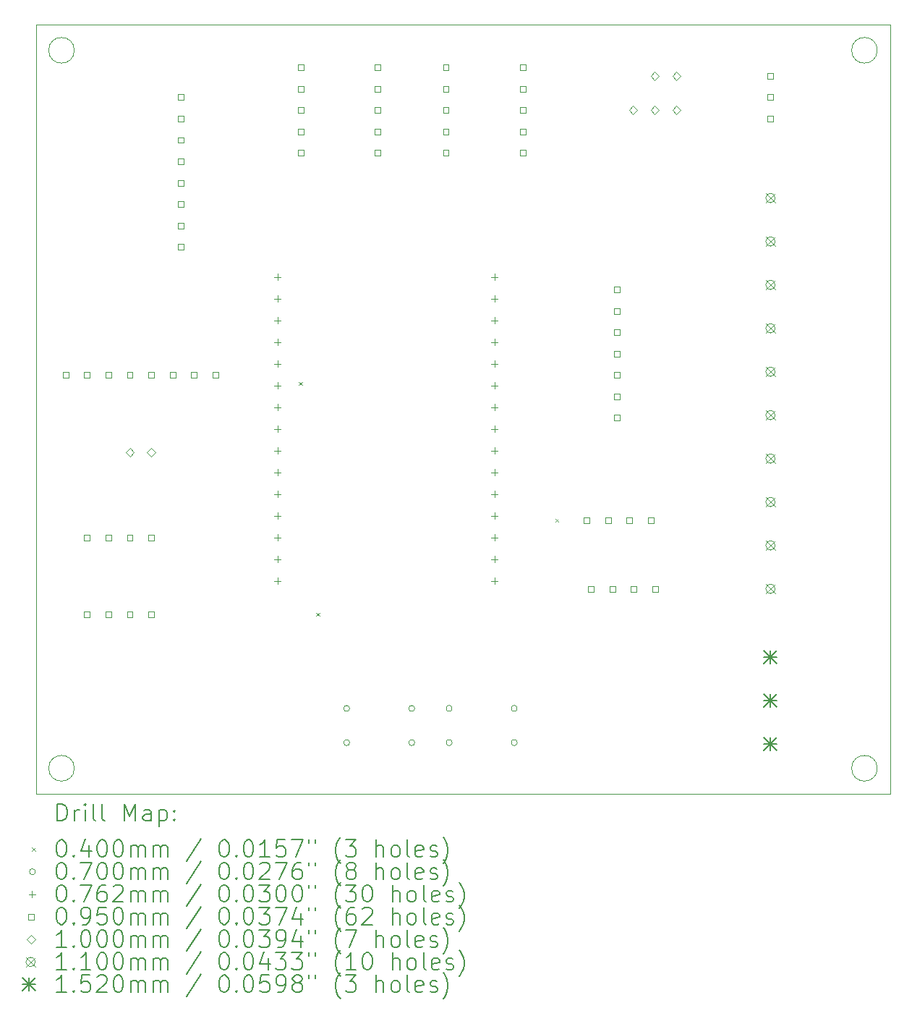
<source format=gbr>
%TF.GenerationSoftware,KiCad,Pcbnew,(6.0.10)*%
%TF.CreationDate,2023-01-20T16:48:07+01:00*%
%TF.ProjectId,greenhouse,67726565-6e68-46f7-9573-652e6b696361,rev?*%
%TF.SameCoordinates,Original*%
%TF.FileFunction,Drillmap*%
%TF.FilePolarity,Positive*%
%FSLAX45Y45*%
G04 Gerber Fmt 4.5, Leading zero omitted, Abs format (unit mm)*
G04 Created by KiCad (PCBNEW (6.0.10)) date 2023-01-20 16:48:07*
%MOMM*%
%LPD*%
G01*
G04 APERTURE LIST*
%ADD10C,0.120000*%
%ADD11C,0.200000*%
%ADD12C,0.040000*%
%ADD13C,0.070000*%
%ADD14C,0.076200*%
%ADD15C,0.095000*%
%ADD16C,0.100000*%
%ADD17C,0.110000*%
%ADD18C,0.152000*%
G04 APERTURE END LIST*
D10*
X10750000Y-5800000D02*
G75*
G03*
X10750000Y-5800000I-150000J0D01*
G01*
X10750000Y-14200000D02*
G75*
G03*
X10750000Y-14200000I-150000J0D01*
G01*
X20150000Y-14200000D02*
G75*
G03*
X20150000Y-14200000I-150000J0D01*
G01*
X20150000Y-5800000D02*
G75*
G03*
X20150000Y-5800000I-150000J0D01*
G01*
X10300000Y-5500000D02*
X10300000Y-14500000D01*
X20300000Y-14500000D02*
X10300000Y-14500000D01*
X20300000Y-5500000D02*
X20300000Y-14500000D01*
X10300000Y-5500000D02*
X20300000Y-5500000D01*
D11*
D12*
X13380000Y-9680000D02*
X13420000Y-9720000D01*
X13420000Y-9680000D02*
X13380000Y-9720000D01*
X13580000Y-12380000D02*
X13620000Y-12420000D01*
X13620000Y-12380000D02*
X13580000Y-12420000D01*
X16380000Y-11280000D02*
X16420000Y-11320000D01*
X16420000Y-11280000D02*
X16380000Y-11320000D01*
D13*
X13973000Y-13500000D02*
G75*
G03*
X13973000Y-13500000I-35000J0D01*
G01*
X13973000Y-13900000D02*
G75*
G03*
X13973000Y-13900000I-35000J0D01*
G01*
X14735000Y-13500000D02*
G75*
G03*
X14735000Y-13500000I-35000J0D01*
G01*
X14735000Y-13900000D02*
G75*
G03*
X14735000Y-13900000I-35000J0D01*
G01*
X15173000Y-13500000D02*
G75*
G03*
X15173000Y-13500000I-35000J0D01*
G01*
X15173000Y-13900000D02*
G75*
G03*
X15173000Y-13900000I-35000J0D01*
G01*
X15935000Y-13500000D02*
G75*
G03*
X15935000Y-13500000I-35000J0D01*
G01*
X15935000Y-13900000D02*
G75*
G03*
X15935000Y-13900000I-35000J0D01*
G01*
D14*
X13130000Y-8415900D02*
X13130000Y-8492100D01*
X13091900Y-8454000D02*
X13168100Y-8454000D01*
X13130000Y-8669900D02*
X13130000Y-8746100D01*
X13091900Y-8708000D02*
X13168100Y-8708000D01*
X13130000Y-8923900D02*
X13130000Y-9000100D01*
X13091900Y-8962000D02*
X13168100Y-8962000D01*
X13130000Y-9177900D02*
X13130000Y-9254100D01*
X13091900Y-9216000D02*
X13168100Y-9216000D01*
X13130000Y-9431900D02*
X13130000Y-9508100D01*
X13091900Y-9470000D02*
X13168100Y-9470000D01*
X13130000Y-9685900D02*
X13130000Y-9762100D01*
X13091900Y-9724000D02*
X13168100Y-9724000D01*
X13130000Y-9939900D02*
X13130000Y-10016100D01*
X13091900Y-9978000D02*
X13168100Y-9978000D01*
X13130000Y-10193900D02*
X13130000Y-10270100D01*
X13091900Y-10232000D02*
X13168100Y-10232000D01*
X13130000Y-10447900D02*
X13130000Y-10524100D01*
X13091900Y-10486000D02*
X13168100Y-10486000D01*
X13130000Y-10701900D02*
X13130000Y-10778100D01*
X13091900Y-10740000D02*
X13168100Y-10740000D01*
X13130000Y-10955900D02*
X13130000Y-11032100D01*
X13091900Y-10994000D02*
X13168100Y-10994000D01*
X13130000Y-11209900D02*
X13130000Y-11286100D01*
X13091900Y-11248000D02*
X13168100Y-11248000D01*
X13130000Y-11463900D02*
X13130000Y-11540100D01*
X13091900Y-11502000D02*
X13168100Y-11502000D01*
X13130000Y-11717900D02*
X13130000Y-11794100D01*
X13091900Y-11756000D02*
X13168100Y-11756000D01*
X13130000Y-11971900D02*
X13130000Y-12048100D01*
X13091900Y-12010000D02*
X13168100Y-12010000D01*
X15670000Y-8415900D02*
X15670000Y-8492100D01*
X15631900Y-8454000D02*
X15708100Y-8454000D01*
X15670000Y-8669900D02*
X15670000Y-8746100D01*
X15631900Y-8708000D02*
X15708100Y-8708000D01*
X15670000Y-8923900D02*
X15670000Y-9000100D01*
X15631900Y-8962000D02*
X15708100Y-8962000D01*
X15670000Y-9177900D02*
X15670000Y-9254100D01*
X15631900Y-9216000D02*
X15708100Y-9216000D01*
X15670000Y-9431900D02*
X15670000Y-9508100D01*
X15631900Y-9470000D02*
X15708100Y-9470000D01*
X15670000Y-9685900D02*
X15670000Y-9762100D01*
X15631900Y-9724000D02*
X15708100Y-9724000D01*
X15670000Y-9939900D02*
X15670000Y-10016100D01*
X15631900Y-9978000D02*
X15708100Y-9978000D01*
X15670000Y-10193900D02*
X15670000Y-10270100D01*
X15631900Y-10232000D02*
X15708100Y-10232000D01*
X15670000Y-10447900D02*
X15670000Y-10524100D01*
X15631900Y-10486000D02*
X15708100Y-10486000D01*
X15670000Y-10701900D02*
X15670000Y-10778100D01*
X15631900Y-10740000D02*
X15708100Y-10740000D01*
X15670000Y-10955900D02*
X15670000Y-11032100D01*
X15631900Y-10994000D02*
X15708100Y-10994000D01*
X15670000Y-11209900D02*
X15670000Y-11286100D01*
X15631900Y-11248000D02*
X15708100Y-11248000D01*
X15670000Y-11463900D02*
X15670000Y-11540100D01*
X15631900Y-11502000D02*
X15708100Y-11502000D01*
X15670000Y-11717900D02*
X15670000Y-11794100D01*
X15631900Y-11756000D02*
X15708100Y-11756000D01*
X15670000Y-11971900D02*
X15670000Y-12048100D01*
X15631900Y-12010000D02*
X15708100Y-12010000D01*
D15*
X10683588Y-9633588D02*
X10683588Y-9566412D01*
X10616412Y-9566412D01*
X10616412Y-9633588D01*
X10683588Y-9633588D01*
X10933588Y-9633588D02*
X10933588Y-9566412D01*
X10866412Y-9566412D01*
X10866412Y-9633588D01*
X10933588Y-9633588D01*
X10933588Y-11533588D02*
X10933588Y-11466412D01*
X10866412Y-11466412D01*
X10866412Y-11533588D01*
X10933588Y-11533588D01*
X10933588Y-12433588D02*
X10933588Y-12366412D01*
X10866412Y-12366412D01*
X10866412Y-12433588D01*
X10933588Y-12433588D01*
X11183588Y-9633588D02*
X11183588Y-9566412D01*
X11116412Y-9566412D01*
X11116412Y-9633588D01*
X11183588Y-9633588D01*
X11183588Y-11533588D02*
X11183588Y-11466412D01*
X11116412Y-11466412D01*
X11116412Y-11533588D01*
X11183588Y-11533588D01*
X11183588Y-12433588D02*
X11183588Y-12366412D01*
X11116412Y-12366412D01*
X11116412Y-12433588D01*
X11183588Y-12433588D01*
X11433588Y-9633588D02*
X11433588Y-9566412D01*
X11366412Y-9566412D01*
X11366412Y-9633588D01*
X11433588Y-9633588D01*
X11433588Y-11533588D02*
X11433588Y-11466412D01*
X11366412Y-11466412D01*
X11366412Y-11533588D01*
X11433588Y-11533588D01*
X11433588Y-12433588D02*
X11433588Y-12366412D01*
X11366412Y-12366412D01*
X11366412Y-12433588D01*
X11433588Y-12433588D01*
X11683588Y-9633588D02*
X11683588Y-9566412D01*
X11616412Y-9566412D01*
X11616412Y-9633588D01*
X11683588Y-9633588D01*
X11683588Y-11533588D02*
X11683588Y-11466412D01*
X11616412Y-11466412D01*
X11616412Y-11533588D01*
X11683588Y-11533588D01*
X11683588Y-12433588D02*
X11683588Y-12366412D01*
X11616412Y-12366412D01*
X11616412Y-12433588D01*
X11683588Y-12433588D01*
X11933588Y-9633588D02*
X11933588Y-9566412D01*
X11866412Y-9566412D01*
X11866412Y-9633588D01*
X11933588Y-9633588D01*
X12033588Y-6383588D02*
X12033588Y-6316412D01*
X11966412Y-6316412D01*
X11966412Y-6383588D01*
X12033588Y-6383588D01*
X12033588Y-6633588D02*
X12033588Y-6566412D01*
X11966412Y-6566412D01*
X11966412Y-6633588D01*
X12033588Y-6633588D01*
X12033588Y-6883588D02*
X12033588Y-6816412D01*
X11966412Y-6816412D01*
X11966412Y-6883588D01*
X12033588Y-6883588D01*
X12033588Y-7133588D02*
X12033588Y-7066412D01*
X11966412Y-7066412D01*
X11966412Y-7133588D01*
X12033588Y-7133588D01*
X12033588Y-7383588D02*
X12033588Y-7316412D01*
X11966412Y-7316412D01*
X11966412Y-7383588D01*
X12033588Y-7383588D01*
X12033588Y-7633588D02*
X12033588Y-7566412D01*
X11966412Y-7566412D01*
X11966412Y-7633588D01*
X12033588Y-7633588D01*
X12033588Y-7883588D02*
X12033588Y-7816412D01*
X11966412Y-7816412D01*
X11966412Y-7883588D01*
X12033588Y-7883588D01*
X12033588Y-8133588D02*
X12033588Y-8066412D01*
X11966412Y-8066412D01*
X11966412Y-8133588D01*
X12033588Y-8133588D01*
X12183588Y-9633588D02*
X12183588Y-9566412D01*
X12116412Y-9566412D01*
X12116412Y-9633588D01*
X12183588Y-9633588D01*
X12433588Y-9633588D02*
X12433588Y-9566412D01*
X12366412Y-9566412D01*
X12366412Y-9633588D01*
X12433588Y-9633588D01*
X13433588Y-6033588D02*
X13433588Y-5966412D01*
X13366412Y-5966412D01*
X13366412Y-6033588D01*
X13433588Y-6033588D01*
X13433588Y-6283588D02*
X13433588Y-6216412D01*
X13366412Y-6216412D01*
X13366412Y-6283588D01*
X13433588Y-6283588D01*
X13433588Y-6533588D02*
X13433588Y-6466412D01*
X13366412Y-6466412D01*
X13366412Y-6533588D01*
X13433588Y-6533588D01*
X13433588Y-6783588D02*
X13433588Y-6716412D01*
X13366412Y-6716412D01*
X13366412Y-6783588D01*
X13433588Y-6783588D01*
X13433588Y-7033588D02*
X13433588Y-6966412D01*
X13366412Y-6966412D01*
X13366412Y-7033588D01*
X13433588Y-7033588D01*
X14333588Y-6033588D02*
X14333588Y-5966412D01*
X14266412Y-5966412D01*
X14266412Y-6033588D01*
X14333588Y-6033588D01*
X14333588Y-6283588D02*
X14333588Y-6216412D01*
X14266412Y-6216412D01*
X14266412Y-6283588D01*
X14333588Y-6283588D01*
X14333588Y-6533588D02*
X14333588Y-6466412D01*
X14266412Y-6466412D01*
X14266412Y-6533588D01*
X14333588Y-6533588D01*
X14333588Y-6783588D02*
X14333588Y-6716412D01*
X14266412Y-6716412D01*
X14266412Y-6783588D01*
X14333588Y-6783588D01*
X14333588Y-7033588D02*
X14333588Y-6966412D01*
X14266412Y-6966412D01*
X14266412Y-7033588D01*
X14333588Y-7033588D01*
X15133588Y-6033588D02*
X15133588Y-5966412D01*
X15066412Y-5966412D01*
X15066412Y-6033588D01*
X15133588Y-6033588D01*
X15133588Y-6283588D02*
X15133588Y-6216412D01*
X15066412Y-6216412D01*
X15066412Y-6283588D01*
X15133588Y-6283588D01*
X15133588Y-6533588D02*
X15133588Y-6466412D01*
X15066412Y-6466412D01*
X15066412Y-6533588D01*
X15133588Y-6533588D01*
X15133588Y-6783588D02*
X15133588Y-6716412D01*
X15066412Y-6716412D01*
X15066412Y-6783588D01*
X15133588Y-6783588D01*
X15133588Y-7033588D02*
X15133588Y-6966412D01*
X15066412Y-6966412D01*
X15066412Y-7033588D01*
X15133588Y-7033588D01*
X16033588Y-6033588D02*
X16033588Y-5966412D01*
X15966412Y-5966412D01*
X15966412Y-6033588D01*
X16033588Y-6033588D01*
X16033588Y-6283588D02*
X16033588Y-6216412D01*
X15966412Y-6216412D01*
X15966412Y-6283588D01*
X16033588Y-6283588D01*
X16033588Y-6533588D02*
X16033588Y-6466412D01*
X15966412Y-6466412D01*
X15966412Y-6533588D01*
X16033588Y-6533588D01*
X16033588Y-6783588D02*
X16033588Y-6716412D01*
X15966412Y-6716412D01*
X15966412Y-6783588D01*
X16033588Y-6783588D01*
X16033588Y-7033588D02*
X16033588Y-6966412D01*
X15966412Y-6966412D01*
X15966412Y-7033588D01*
X16033588Y-7033588D01*
X16783588Y-11333588D02*
X16783588Y-11266412D01*
X16716412Y-11266412D01*
X16716412Y-11333588D01*
X16783588Y-11333588D01*
X16833588Y-12133588D02*
X16833588Y-12066412D01*
X16766412Y-12066412D01*
X16766412Y-12133588D01*
X16833588Y-12133588D01*
X17033588Y-11333588D02*
X17033588Y-11266412D01*
X16966412Y-11266412D01*
X16966412Y-11333588D01*
X17033588Y-11333588D01*
X17083588Y-12133588D02*
X17083588Y-12066412D01*
X17016412Y-12066412D01*
X17016412Y-12133588D01*
X17083588Y-12133588D01*
X17133588Y-8633588D02*
X17133588Y-8566412D01*
X17066412Y-8566412D01*
X17066412Y-8633588D01*
X17133588Y-8633588D01*
X17133588Y-8883588D02*
X17133588Y-8816412D01*
X17066412Y-8816412D01*
X17066412Y-8883588D01*
X17133588Y-8883588D01*
X17133588Y-9133588D02*
X17133588Y-9066412D01*
X17066412Y-9066412D01*
X17066412Y-9133588D01*
X17133588Y-9133588D01*
X17133588Y-9383588D02*
X17133588Y-9316412D01*
X17066412Y-9316412D01*
X17066412Y-9383588D01*
X17133588Y-9383588D01*
X17133588Y-9633588D02*
X17133588Y-9566412D01*
X17066412Y-9566412D01*
X17066412Y-9633588D01*
X17133588Y-9633588D01*
X17133588Y-9883588D02*
X17133588Y-9816412D01*
X17066412Y-9816412D01*
X17066412Y-9883588D01*
X17133588Y-9883588D01*
X17133588Y-10133588D02*
X17133588Y-10066412D01*
X17066412Y-10066412D01*
X17066412Y-10133588D01*
X17133588Y-10133588D01*
X17283588Y-11333588D02*
X17283588Y-11266412D01*
X17216412Y-11266412D01*
X17216412Y-11333588D01*
X17283588Y-11333588D01*
X17333588Y-12133588D02*
X17333588Y-12066412D01*
X17266412Y-12066412D01*
X17266412Y-12133588D01*
X17333588Y-12133588D01*
X17533588Y-11333588D02*
X17533588Y-11266412D01*
X17466412Y-11266412D01*
X17466412Y-11333588D01*
X17533588Y-11333588D01*
X17583588Y-12133588D02*
X17583588Y-12066412D01*
X17516412Y-12066412D01*
X17516412Y-12133588D01*
X17583588Y-12133588D01*
X18933588Y-6133588D02*
X18933588Y-6066412D01*
X18866412Y-6066412D01*
X18866412Y-6133588D01*
X18933588Y-6133588D01*
X18933588Y-6383588D02*
X18933588Y-6316412D01*
X18866412Y-6316412D01*
X18866412Y-6383588D01*
X18933588Y-6383588D01*
X18933588Y-6633588D02*
X18933588Y-6566412D01*
X18866412Y-6566412D01*
X18866412Y-6633588D01*
X18933588Y-6633588D01*
D16*
X11400000Y-10550000D02*
X11450000Y-10500000D01*
X11400000Y-10450000D01*
X11350000Y-10500000D01*
X11400000Y-10550000D01*
X11650000Y-10550000D02*
X11700000Y-10500000D01*
X11650000Y-10450000D01*
X11600000Y-10500000D01*
X11650000Y-10550000D01*
X17292000Y-6550000D02*
X17342000Y-6500000D01*
X17292000Y-6450000D01*
X17242000Y-6500000D01*
X17292000Y-6550000D01*
X17546000Y-6150000D02*
X17596000Y-6100000D01*
X17546000Y-6050000D01*
X17496000Y-6100000D01*
X17546000Y-6150000D01*
X17546000Y-6550000D02*
X17596000Y-6500000D01*
X17546000Y-6450000D01*
X17496000Y-6500000D01*
X17546000Y-6550000D01*
X17800000Y-6150000D02*
X17850000Y-6100000D01*
X17800000Y-6050000D01*
X17750000Y-6100000D01*
X17800000Y-6150000D01*
X17800000Y-6550000D02*
X17850000Y-6500000D01*
X17800000Y-6450000D01*
X17750000Y-6500000D01*
X17800000Y-6550000D01*
D17*
X18845000Y-7473000D02*
X18955000Y-7583000D01*
X18955000Y-7473000D02*
X18845000Y-7583000D01*
X18955000Y-7528000D02*
G75*
G03*
X18955000Y-7528000I-55000J0D01*
G01*
X18845000Y-7981000D02*
X18955000Y-8091000D01*
X18955000Y-7981000D02*
X18845000Y-8091000D01*
X18955000Y-8036000D02*
G75*
G03*
X18955000Y-8036000I-55000J0D01*
G01*
X18845000Y-8489000D02*
X18955000Y-8599000D01*
X18955000Y-8489000D02*
X18845000Y-8599000D01*
X18955000Y-8544000D02*
G75*
G03*
X18955000Y-8544000I-55000J0D01*
G01*
X18845000Y-8997000D02*
X18955000Y-9107000D01*
X18955000Y-8997000D02*
X18845000Y-9107000D01*
X18955000Y-9052000D02*
G75*
G03*
X18955000Y-9052000I-55000J0D01*
G01*
X18845000Y-9505000D02*
X18955000Y-9615000D01*
X18955000Y-9505000D02*
X18845000Y-9615000D01*
X18955000Y-9560000D02*
G75*
G03*
X18955000Y-9560000I-55000J0D01*
G01*
X18845000Y-10013000D02*
X18955000Y-10123000D01*
X18955000Y-10013000D02*
X18845000Y-10123000D01*
X18955000Y-10068000D02*
G75*
G03*
X18955000Y-10068000I-55000J0D01*
G01*
X18845000Y-10521000D02*
X18955000Y-10631000D01*
X18955000Y-10521000D02*
X18845000Y-10631000D01*
X18955000Y-10576000D02*
G75*
G03*
X18955000Y-10576000I-55000J0D01*
G01*
X18845000Y-11029000D02*
X18955000Y-11139000D01*
X18955000Y-11029000D02*
X18845000Y-11139000D01*
X18955000Y-11084000D02*
G75*
G03*
X18955000Y-11084000I-55000J0D01*
G01*
X18845000Y-11537000D02*
X18955000Y-11647000D01*
X18955000Y-11537000D02*
X18845000Y-11647000D01*
X18955000Y-11592000D02*
G75*
G03*
X18955000Y-11592000I-55000J0D01*
G01*
X18845000Y-12045000D02*
X18955000Y-12155000D01*
X18955000Y-12045000D02*
X18845000Y-12155000D01*
X18955000Y-12100000D02*
G75*
G03*
X18955000Y-12100000I-55000J0D01*
G01*
D18*
X18824000Y-12824000D02*
X18976000Y-12976000D01*
X18976000Y-12824000D02*
X18824000Y-12976000D01*
X18900000Y-12824000D02*
X18900000Y-12976000D01*
X18824000Y-12900000D02*
X18976000Y-12900000D01*
X18824000Y-13332000D02*
X18976000Y-13484000D01*
X18976000Y-13332000D02*
X18824000Y-13484000D01*
X18900000Y-13332000D02*
X18900000Y-13484000D01*
X18824000Y-13408000D02*
X18976000Y-13408000D01*
X18824000Y-13840000D02*
X18976000Y-13992000D01*
X18976000Y-13840000D02*
X18824000Y-13992000D01*
X18900000Y-13840000D02*
X18900000Y-13992000D01*
X18824000Y-13916000D02*
X18976000Y-13916000D01*
D11*
X10551619Y-14816476D02*
X10551619Y-14616476D01*
X10599238Y-14616476D01*
X10627810Y-14626000D01*
X10646857Y-14645048D01*
X10656381Y-14664095D01*
X10665905Y-14702190D01*
X10665905Y-14730762D01*
X10656381Y-14768857D01*
X10646857Y-14787905D01*
X10627810Y-14806952D01*
X10599238Y-14816476D01*
X10551619Y-14816476D01*
X10751619Y-14816476D02*
X10751619Y-14683143D01*
X10751619Y-14721238D02*
X10761143Y-14702190D01*
X10770667Y-14692667D01*
X10789714Y-14683143D01*
X10808762Y-14683143D01*
X10875429Y-14816476D02*
X10875429Y-14683143D01*
X10875429Y-14616476D02*
X10865905Y-14626000D01*
X10875429Y-14635524D01*
X10884952Y-14626000D01*
X10875429Y-14616476D01*
X10875429Y-14635524D01*
X10999238Y-14816476D02*
X10980190Y-14806952D01*
X10970667Y-14787905D01*
X10970667Y-14616476D01*
X11104000Y-14816476D02*
X11084952Y-14806952D01*
X11075429Y-14787905D01*
X11075429Y-14616476D01*
X11332571Y-14816476D02*
X11332571Y-14616476D01*
X11399238Y-14759333D01*
X11465905Y-14616476D01*
X11465905Y-14816476D01*
X11646857Y-14816476D02*
X11646857Y-14711714D01*
X11637333Y-14692667D01*
X11618286Y-14683143D01*
X11580190Y-14683143D01*
X11561143Y-14692667D01*
X11646857Y-14806952D02*
X11627809Y-14816476D01*
X11580190Y-14816476D01*
X11561143Y-14806952D01*
X11551619Y-14787905D01*
X11551619Y-14768857D01*
X11561143Y-14749809D01*
X11580190Y-14740286D01*
X11627809Y-14740286D01*
X11646857Y-14730762D01*
X11742095Y-14683143D02*
X11742095Y-14883143D01*
X11742095Y-14692667D02*
X11761143Y-14683143D01*
X11799238Y-14683143D01*
X11818286Y-14692667D01*
X11827809Y-14702190D01*
X11837333Y-14721238D01*
X11837333Y-14778381D01*
X11827809Y-14797428D01*
X11818286Y-14806952D01*
X11799238Y-14816476D01*
X11761143Y-14816476D01*
X11742095Y-14806952D01*
X11923048Y-14797428D02*
X11932571Y-14806952D01*
X11923048Y-14816476D01*
X11913524Y-14806952D01*
X11923048Y-14797428D01*
X11923048Y-14816476D01*
X11923048Y-14692667D02*
X11932571Y-14702190D01*
X11923048Y-14711714D01*
X11913524Y-14702190D01*
X11923048Y-14692667D01*
X11923048Y-14711714D01*
D12*
X10254000Y-15126000D02*
X10294000Y-15166000D01*
X10294000Y-15126000D02*
X10254000Y-15166000D01*
D11*
X10589714Y-15036476D02*
X10608762Y-15036476D01*
X10627810Y-15046000D01*
X10637333Y-15055524D01*
X10646857Y-15074571D01*
X10656381Y-15112667D01*
X10656381Y-15160286D01*
X10646857Y-15198381D01*
X10637333Y-15217428D01*
X10627810Y-15226952D01*
X10608762Y-15236476D01*
X10589714Y-15236476D01*
X10570667Y-15226952D01*
X10561143Y-15217428D01*
X10551619Y-15198381D01*
X10542095Y-15160286D01*
X10542095Y-15112667D01*
X10551619Y-15074571D01*
X10561143Y-15055524D01*
X10570667Y-15046000D01*
X10589714Y-15036476D01*
X10742095Y-15217428D02*
X10751619Y-15226952D01*
X10742095Y-15236476D01*
X10732571Y-15226952D01*
X10742095Y-15217428D01*
X10742095Y-15236476D01*
X10923048Y-15103143D02*
X10923048Y-15236476D01*
X10875429Y-15026952D02*
X10827810Y-15169809D01*
X10951619Y-15169809D01*
X11065905Y-15036476D02*
X11084952Y-15036476D01*
X11104000Y-15046000D01*
X11113524Y-15055524D01*
X11123048Y-15074571D01*
X11132571Y-15112667D01*
X11132571Y-15160286D01*
X11123048Y-15198381D01*
X11113524Y-15217428D01*
X11104000Y-15226952D01*
X11084952Y-15236476D01*
X11065905Y-15236476D01*
X11046857Y-15226952D01*
X11037333Y-15217428D01*
X11027810Y-15198381D01*
X11018286Y-15160286D01*
X11018286Y-15112667D01*
X11027810Y-15074571D01*
X11037333Y-15055524D01*
X11046857Y-15046000D01*
X11065905Y-15036476D01*
X11256381Y-15036476D02*
X11275428Y-15036476D01*
X11294476Y-15046000D01*
X11304000Y-15055524D01*
X11313524Y-15074571D01*
X11323048Y-15112667D01*
X11323048Y-15160286D01*
X11313524Y-15198381D01*
X11304000Y-15217428D01*
X11294476Y-15226952D01*
X11275428Y-15236476D01*
X11256381Y-15236476D01*
X11237333Y-15226952D01*
X11227809Y-15217428D01*
X11218286Y-15198381D01*
X11208762Y-15160286D01*
X11208762Y-15112667D01*
X11218286Y-15074571D01*
X11227809Y-15055524D01*
X11237333Y-15046000D01*
X11256381Y-15036476D01*
X11408762Y-15236476D02*
X11408762Y-15103143D01*
X11408762Y-15122190D02*
X11418286Y-15112667D01*
X11437333Y-15103143D01*
X11465905Y-15103143D01*
X11484952Y-15112667D01*
X11494476Y-15131714D01*
X11494476Y-15236476D01*
X11494476Y-15131714D02*
X11504000Y-15112667D01*
X11523048Y-15103143D01*
X11551619Y-15103143D01*
X11570667Y-15112667D01*
X11580190Y-15131714D01*
X11580190Y-15236476D01*
X11675428Y-15236476D02*
X11675428Y-15103143D01*
X11675428Y-15122190D02*
X11684952Y-15112667D01*
X11704000Y-15103143D01*
X11732571Y-15103143D01*
X11751619Y-15112667D01*
X11761143Y-15131714D01*
X11761143Y-15236476D01*
X11761143Y-15131714D02*
X11770667Y-15112667D01*
X11789714Y-15103143D01*
X11818286Y-15103143D01*
X11837333Y-15112667D01*
X11846857Y-15131714D01*
X11846857Y-15236476D01*
X12237333Y-15026952D02*
X12065905Y-15284095D01*
X12494476Y-15036476D02*
X12513524Y-15036476D01*
X12532571Y-15046000D01*
X12542095Y-15055524D01*
X12551619Y-15074571D01*
X12561143Y-15112667D01*
X12561143Y-15160286D01*
X12551619Y-15198381D01*
X12542095Y-15217428D01*
X12532571Y-15226952D01*
X12513524Y-15236476D01*
X12494476Y-15236476D01*
X12475428Y-15226952D01*
X12465905Y-15217428D01*
X12456381Y-15198381D01*
X12446857Y-15160286D01*
X12446857Y-15112667D01*
X12456381Y-15074571D01*
X12465905Y-15055524D01*
X12475428Y-15046000D01*
X12494476Y-15036476D01*
X12646857Y-15217428D02*
X12656381Y-15226952D01*
X12646857Y-15236476D01*
X12637333Y-15226952D01*
X12646857Y-15217428D01*
X12646857Y-15236476D01*
X12780190Y-15036476D02*
X12799238Y-15036476D01*
X12818286Y-15046000D01*
X12827809Y-15055524D01*
X12837333Y-15074571D01*
X12846857Y-15112667D01*
X12846857Y-15160286D01*
X12837333Y-15198381D01*
X12827809Y-15217428D01*
X12818286Y-15226952D01*
X12799238Y-15236476D01*
X12780190Y-15236476D01*
X12761143Y-15226952D01*
X12751619Y-15217428D01*
X12742095Y-15198381D01*
X12732571Y-15160286D01*
X12732571Y-15112667D01*
X12742095Y-15074571D01*
X12751619Y-15055524D01*
X12761143Y-15046000D01*
X12780190Y-15036476D01*
X13037333Y-15236476D02*
X12923048Y-15236476D01*
X12980190Y-15236476D02*
X12980190Y-15036476D01*
X12961143Y-15065048D01*
X12942095Y-15084095D01*
X12923048Y-15093619D01*
X13218286Y-15036476D02*
X13123048Y-15036476D01*
X13113524Y-15131714D01*
X13123048Y-15122190D01*
X13142095Y-15112667D01*
X13189714Y-15112667D01*
X13208762Y-15122190D01*
X13218286Y-15131714D01*
X13227809Y-15150762D01*
X13227809Y-15198381D01*
X13218286Y-15217428D01*
X13208762Y-15226952D01*
X13189714Y-15236476D01*
X13142095Y-15236476D01*
X13123048Y-15226952D01*
X13113524Y-15217428D01*
X13294476Y-15036476D02*
X13427809Y-15036476D01*
X13342095Y-15236476D01*
X13494476Y-15036476D02*
X13494476Y-15074571D01*
X13570667Y-15036476D02*
X13570667Y-15074571D01*
X13865905Y-15312667D02*
X13856381Y-15303143D01*
X13837333Y-15274571D01*
X13827809Y-15255524D01*
X13818286Y-15226952D01*
X13808762Y-15179333D01*
X13808762Y-15141238D01*
X13818286Y-15093619D01*
X13827809Y-15065048D01*
X13837333Y-15046000D01*
X13856381Y-15017428D01*
X13865905Y-15007905D01*
X13923048Y-15036476D02*
X14046857Y-15036476D01*
X13980190Y-15112667D01*
X14008762Y-15112667D01*
X14027809Y-15122190D01*
X14037333Y-15131714D01*
X14046857Y-15150762D01*
X14046857Y-15198381D01*
X14037333Y-15217428D01*
X14027809Y-15226952D01*
X14008762Y-15236476D01*
X13951619Y-15236476D01*
X13932571Y-15226952D01*
X13923048Y-15217428D01*
X14284952Y-15236476D02*
X14284952Y-15036476D01*
X14370667Y-15236476D02*
X14370667Y-15131714D01*
X14361143Y-15112667D01*
X14342095Y-15103143D01*
X14313524Y-15103143D01*
X14294476Y-15112667D01*
X14284952Y-15122190D01*
X14494476Y-15236476D02*
X14475428Y-15226952D01*
X14465905Y-15217428D01*
X14456381Y-15198381D01*
X14456381Y-15141238D01*
X14465905Y-15122190D01*
X14475428Y-15112667D01*
X14494476Y-15103143D01*
X14523048Y-15103143D01*
X14542095Y-15112667D01*
X14551619Y-15122190D01*
X14561143Y-15141238D01*
X14561143Y-15198381D01*
X14551619Y-15217428D01*
X14542095Y-15226952D01*
X14523048Y-15236476D01*
X14494476Y-15236476D01*
X14675428Y-15236476D02*
X14656381Y-15226952D01*
X14646857Y-15207905D01*
X14646857Y-15036476D01*
X14827809Y-15226952D02*
X14808762Y-15236476D01*
X14770667Y-15236476D01*
X14751619Y-15226952D01*
X14742095Y-15207905D01*
X14742095Y-15131714D01*
X14751619Y-15112667D01*
X14770667Y-15103143D01*
X14808762Y-15103143D01*
X14827809Y-15112667D01*
X14837333Y-15131714D01*
X14837333Y-15150762D01*
X14742095Y-15169809D01*
X14913524Y-15226952D02*
X14932571Y-15236476D01*
X14970667Y-15236476D01*
X14989714Y-15226952D01*
X14999238Y-15207905D01*
X14999238Y-15198381D01*
X14989714Y-15179333D01*
X14970667Y-15169809D01*
X14942095Y-15169809D01*
X14923048Y-15160286D01*
X14913524Y-15141238D01*
X14913524Y-15131714D01*
X14923048Y-15112667D01*
X14942095Y-15103143D01*
X14970667Y-15103143D01*
X14989714Y-15112667D01*
X15065905Y-15312667D02*
X15075428Y-15303143D01*
X15094476Y-15274571D01*
X15104000Y-15255524D01*
X15113524Y-15226952D01*
X15123048Y-15179333D01*
X15123048Y-15141238D01*
X15113524Y-15093619D01*
X15104000Y-15065048D01*
X15094476Y-15046000D01*
X15075428Y-15017428D01*
X15065905Y-15007905D01*
D13*
X10294000Y-15410000D02*
G75*
G03*
X10294000Y-15410000I-35000J0D01*
G01*
D11*
X10589714Y-15300476D02*
X10608762Y-15300476D01*
X10627810Y-15310000D01*
X10637333Y-15319524D01*
X10646857Y-15338571D01*
X10656381Y-15376667D01*
X10656381Y-15424286D01*
X10646857Y-15462381D01*
X10637333Y-15481428D01*
X10627810Y-15490952D01*
X10608762Y-15500476D01*
X10589714Y-15500476D01*
X10570667Y-15490952D01*
X10561143Y-15481428D01*
X10551619Y-15462381D01*
X10542095Y-15424286D01*
X10542095Y-15376667D01*
X10551619Y-15338571D01*
X10561143Y-15319524D01*
X10570667Y-15310000D01*
X10589714Y-15300476D01*
X10742095Y-15481428D02*
X10751619Y-15490952D01*
X10742095Y-15500476D01*
X10732571Y-15490952D01*
X10742095Y-15481428D01*
X10742095Y-15500476D01*
X10818286Y-15300476D02*
X10951619Y-15300476D01*
X10865905Y-15500476D01*
X11065905Y-15300476D02*
X11084952Y-15300476D01*
X11104000Y-15310000D01*
X11113524Y-15319524D01*
X11123048Y-15338571D01*
X11132571Y-15376667D01*
X11132571Y-15424286D01*
X11123048Y-15462381D01*
X11113524Y-15481428D01*
X11104000Y-15490952D01*
X11084952Y-15500476D01*
X11065905Y-15500476D01*
X11046857Y-15490952D01*
X11037333Y-15481428D01*
X11027810Y-15462381D01*
X11018286Y-15424286D01*
X11018286Y-15376667D01*
X11027810Y-15338571D01*
X11037333Y-15319524D01*
X11046857Y-15310000D01*
X11065905Y-15300476D01*
X11256381Y-15300476D02*
X11275428Y-15300476D01*
X11294476Y-15310000D01*
X11304000Y-15319524D01*
X11313524Y-15338571D01*
X11323048Y-15376667D01*
X11323048Y-15424286D01*
X11313524Y-15462381D01*
X11304000Y-15481428D01*
X11294476Y-15490952D01*
X11275428Y-15500476D01*
X11256381Y-15500476D01*
X11237333Y-15490952D01*
X11227809Y-15481428D01*
X11218286Y-15462381D01*
X11208762Y-15424286D01*
X11208762Y-15376667D01*
X11218286Y-15338571D01*
X11227809Y-15319524D01*
X11237333Y-15310000D01*
X11256381Y-15300476D01*
X11408762Y-15500476D02*
X11408762Y-15367143D01*
X11408762Y-15386190D02*
X11418286Y-15376667D01*
X11437333Y-15367143D01*
X11465905Y-15367143D01*
X11484952Y-15376667D01*
X11494476Y-15395714D01*
X11494476Y-15500476D01*
X11494476Y-15395714D02*
X11504000Y-15376667D01*
X11523048Y-15367143D01*
X11551619Y-15367143D01*
X11570667Y-15376667D01*
X11580190Y-15395714D01*
X11580190Y-15500476D01*
X11675428Y-15500476D02*
X11675428Y-15367143D01*
X11675428Y-15386190D02*
X11684952Y-15376667D01*
X11704000Y-15367143D01*
X11732571Y-15367143D01*
X11751619Y-15376667D01*
X11761143Y-15395714D01*
X11761143Y-15500476D01*
X11761143Y-15395714D02*
X11770667Y-15376667D01*
X11789714Y-15367143D01*
X11818286Y-15367143D01*
X11837333Y-15376667D01*
X11846857Y-15395714D01*
X11846857Y-15500476D01*
X12237333Y-15290952D02*
X12065905Y-15548095D01*
X12494476Y-15300476D02*
X12513524Y-15300476D01*
X12532571Y-15310000D01*
X12542095Y-15319524D01*
X12551619Y-15338571D01*
X12561143Y-15376667D01*
X12561143Y-15424286D01*
X12551619Y-15462381D01*
X12542095Y-15481428D01*
X12532571Y-15490952D01*
X12513524Y-15500476D01*
X12494476Y-15500476D01*
X12475428Y-15490952D01*
X12465905Y-15481428D01*
X12456381Y-15462381D01*
X12446857Y-15424286D01*
X12446857Y-15376667D01*
X12456381Y-15338571D01*
X12465905Y-15319524D01*
X12475428Y-15310000D01*
X12494476Y-15300476D01*
X12646857Y-15481428D02*
X12656381Y-15490952D01*
X12646857Y-15500476D01*
X12637333Y-15490952D01*
X12646857Y-15481428D01*
X12646857Y-15500476D01*
X12780190Y-15300476D02*
X12799238Y-15300476D01*
X12818286Y-15310000D01*
X12827809Y-15319524D01*
X12837333Y-15338571D01*
X12846857Y-15376667D01*
X12846857Y-15424286D01*
X12837333Y-15462381D01*
X12827809Y-15481428D01*
X12818286Y-15490952D01*
X12799238Y-15500476D01*
X12780190Y-15500476D01*
X12761143Y-15490952D01*
X12751619Y-15481428D01*
X12742095Y-15462381D01*
X12732571Y-15424286D01*
X12732571Y-15376667D01*
X12742095Y-15338571D01*
X12751619Y-15319524D01*
X12761143Y-15310000D01*
X12780190Y-15300476D01*
X12923048Y-15319524D02*
X12932571Y-15310000D01*
X12951619Y-15300476D01*
X12999238Y-15300476D01*
X13018286Y-15310000D01*
X13027809Y-15319524D01*
X13037333Y-15338571D01*
X13037333Y-15357619D01*
X13027809Y-15386190D01*
X12913524Y-15500476D01*
X13037333Y-15500476D01*
X13104000Y-15300476D02*
X13237333Y-15300476D01*
X13151619Y-15500476D01*
X13399238Y-15300476D02*
X13361143Y-15300476D01*
X13342095Y-15310000D01*
X13332571Y-15319524D01*
X13313524Y-15348095D01*
X13304000Y-15386190D01*
X13304000Y-15462381D01*
X13313524Y-15481428D01*
X13323048Y-15490952D01*
X13342095Y-15500476D01*
X13380190Y-15500476D01*
X13399238Y-15490952D01*
X13408762Y-15481428D01*
X13418286Y-15462381D01*
X13418286Y-15414762D01*
X13408762Y-15395714D01*
X13399238Y-15386190D01*
X13380190Y-15376667D01*
X13342095Y-15376667D01*
X13323048Y-15386190D01*
X13313524Y-15395714D01*
X13304000Y-15414762D01*
X13494476Y-15300476D02*
X13494476Y-15338571D01*
X13570667Y-15300476D02*
X13570667Y-15338571D01*
X13865905Y-15576667D02*
X13856381Y-15567143D01*
X13837333Y-15538571D01*
X13827809Y-15519524D01*
X13818286Y-15490952D01*
X13808762Y-15443333D01*
X13808762Y-15405238D01*
X13818286Y-15357619D01*
X13827809Y-15329048D01*
X13837333Y-15310000D01*
X13856381Y-15281428D01*
X13865905Y-15271905D01*
X13970667Y-15386190D02*
X13951619Y-15376667D01*
X13942095Y-15367143D01*
X13932571Y-15348095D01*
X13932571Y-15338571D01*
X13942095Y-15319524D01*
X13951619Y-15310000D01*
X13970667Y-15300476D01*
X14008762Y-15300476D01*
X14027809Y-15310000D01*
X14037333Y-15319524D01*
X14046857Y-15338571D01*
X14046857Y-15348095D01*
X14037333Y-15367143D01*
X14027809Y-15376667D01*
X14008762Y-15386190D01*
X13970667Y-15386190D01*
X13951619Y-15395714D01*
X13942095Y-15405238D01*
X13932571Y-15424286D01*
X13932571Y-15462381D01*
X13942095Y-15481428D01*
X13951619Y-15490952D01*
X13970667Y-15500476D01*
X14008762Y-15500476D01*
X14027809Y-15490952D01*
X14037333Y-15481428D01*
X14046857Y-15462381D01*
X14046857Y-15424286D01*
X14037333Y-15405238D01*
X14027809Y-15395714D01*
X14008762Y-15386190D01*
X14284952Y-15500476D02*
X14284952Y-15300476D01*
X14370667Y-15500476D02*
X14370667Y-15395714D01*
X14361143Y-15376667D01*
X14342095Y-15367143D01*
X14313524Y-15367143D01*
X14294476Y-15376667D01*
X14284952Y-15386190D01*
X14494476Y-15500476D02*
X14475428Y-15490952D01*
X14465905Y-15481428D01*
X14456381Y-15462381D01*
X14456381Y-15405238D01*
X14465905Y-15386190D01*
X14475428Y-15376667D01*
X14494476Y-15367143D01*
X14523048Y-15367143D01*
X14542095Y-15376667D01*
X14551619Y-15386190D01*
X14561143Y-15405238D01*
X14561143Y-15462381D01*
X14551619Y-15481428D01*
X14542095Y-15490952D01*
X14523048Y-15500476D01*
X14494476Y-15500476D01*
X14675428Y-15500476D02*
X14656381Y-15490952D01*
X14646857Y-15471905D01*
X14646857Y-15300476D01*
X14827809Y-15490952D02*
X14808762Y-15500476D01*
X14770667Y-15500476D01*
X14751619Y-15490952D01*
X14742095Y-15471905D01*
X14742095Y-15395714D01*
X14751619Y-15376667D01*
X14770667Y-15367143D01*
X14808762Y-15367143D01*
X14827809Y-15376667D01*
X14837333Y-15395714D01*
X14837333Y-15414762D01*
X14742095Y-15433809D01*
X14913524Y-15490952D02*
X14932571Y-15500476D01*
X14970667Y-15500476D01*
X14989714Y-15490952D01*
X14999238Y-15471905D01*
X14999238Y-15462381D01*
X14989714Y-15443333D01*
X14970667Y-15433809D01*
X14942095Y-15433809D01*
X14923048Y-15424286D01*
X14913524Y-15405238D01*
X14913524Y-15395714D01*
X14923048Y-15376667D01*
X14942095Y-15367143D01*
X14970667Y-15367143D01*
X14989714Y-15376667D01*
X15065905Y-15576667D02*
X15075428Y-15567143D01*
X15094476Y-15538571D01*
X15104000Y-15519524D01*
X15113524Y-15490952D01*
X15123048Y-15443333D01*
X15123048Y-15405238D01*
X15113524Y-15357619D01*
X15104000Y-15329048D01*
X15094476Y-15310000D01*
X15075428Y-15281428D01*
X15065905Y-15271905D01*
D14*
X10255900Y-15635900D02*
X10255900Y-15712100D01*
X10217800Y-15674000D02*
X10294000Y-15674000D01*
D11*
X10589714Y-15564476D02*
X10608762Y-15564476D01*
X10627810Y-15574000D01*
X10637333Y-15583524D01*
X10646857Y-15602571D01*
X10656381Y-15640667D01*
X10656381Y-15688286D01*
X10646857Y-15726381D01*
X10637333Y-15745428D01*
X10627810Y-15754952D01*
X10608762Y-15764476D01*
X10589714Y-15764476D01*
X10570667Y-15754952D01*
X10561143Y-15745428D01*
X10551619Y-15726381D01*
X10542095Y-15688286D01*
X10542095Y-15640667D01*
X10551619Y-15602571D01*
X10561143Y-15583524D01*
X10570667Y-15574000D01*
X10589714Y-15564476D01*
X10742095Y-15745428D02*
X10751619Y-15754952D01*
X10742095Y-15764476D01*
X10732571Y-15754952D01*
X10742095Y-15745428D01*
X10742095Y-15764476D01*
X10818286Y-15564476D02*
X10951619Y-15564476D01*
X10865905Y-15764476D01*
X11113524Y-15564476D02*
X11075429Y-15564476D01*
X11056381Y-15574000D01*
X11046857Y-15583524D01*
X11027810Y-15612095D01*
X11018286Y-15650190D01*
X11018286Y-15726381D01*
X11027810Y-15745428D01*
X11037333Y-15754952D01*
X11056381Y-15764476D01*
X11094476Y-15764476D01*
X11113524Y-15754952D01*
X11123048Y-15745428D01*
X11132571Y-15726381D01*
X11132571Y-15678762D01*
X11123048Y-15659714D01*
X11113524Y-15650190D01*
X11094476Y-15640667D01*
X11056381Y-15640667D01*
X11037333Y-15650190D01*
X11027810Y-15659714D01*
X11018286Y-15678762D01*
X11208762Y-15583524D02*
X11218286Y-15574000D01*
X11237333Y-15564476D01*
X11284952Y-15564476D01*
X11304000Y-15574000D01*
X11313524Y-15583524D01*
X11323048Y-15602571D01*
X11323048Y-15621619D01*
X11313524Y-15650190D01*
X11199238Y-15764476D01*
X11323048Y-15764476D01*
X11408762Y-15764476D02*
X11408762Y-15631143D01*
X11408762Y-15650190D02*
X11418286Y-15640667D01*
X11437333Y-15631143D01*
X11465905Y-15631143D01*
X11484952Y-15640667D01*
X11494476Y-15659714D01*
X11494476Y-15764476D01*
X11494476Y-15659714D02*
X11504000Y-15640667D01*
X11523048Y-15631143D01*
X11551619Y-15631143D01*
X11570667Y-15640667D01*
X11580190Y-15659714D01*
X11580190Y-15764476D01*
X11675428Y-15764476D02*
X11675428Y-15631143D01*
X11675428Y-15650190D02*
X11684952Y-15640667D01*
X11704000Y-15631143D01*
X11732571Y-15631143D01*
X11751619Y-15640667D01*
X11761143Y-15659714D01*
X11761143Y-15764476D01*
X11761143Y-15659714D02*
X11770667Y-15640667D01*
X11789714Y-15631143D01*
X11818286Y-15631143D01*
X11837333Y-15640667D01*
X11846857Y-15659714D01*
X11846857Y-15764476D01*
X12237333Y-15554952D02*
X12065905Y-15812095D01*
X12494476Y-15564476D02*
X12513524Y-15564476D01*
X12532571Y-15574000D01*
X12542095Y-15583524D01*
X12551619Y-15602571D01*
X12561143Y-15640667D01*
X12561143Y-15688286D01*
X12551619Y-15726381D01*
X12542095Y-15745428D01*
X12532571Y-15754952D01*
X12513524Y-15764476D01*
X12494476Y-15764476D01*
X12475428Y-15754952D01*
X12465905Y-15745428D01*
X12456381Y-15726381D01*
X12446857Y-15688286D01*
X12446857Y-15640667D01*
X12456381Y-15602571D01*
X12465905Y-15583524D01*
X12475428Y-15574000D01*
X12494476Y-15564476D01*
X12646857Y-15745428D02*
X12656381Y-15754952D01*
X12646857Y-15764476D01*
X12637333Y-15754952D01*
X12646857Y-15745428D01*
X12646857Y-15764476D01*
X12780190Y-15564476D02*
X12799238Y-15564476D01*
X12818286Y-15574000D01*
X12827809Y-15583524D01*
X12837333Y-15602571D01*
X12846857Y-15640667D01*
X12846857Y-15688286D01*
X12837333Y-15726381D01*
X12827809Y-15745428D01*
X12818286Y-15754952D01*
X12799238Y-15764476D01*
X12780190Y-15764476D01*
X12761143Y-15754952D01*
X12751619Y-15745428D01*
X12742095Y-15726381D01*
X12732571Y-15688286D01*
X12732571Y-15640667D01*
X12742095Y-15602571D01*
X12751619Y-15583524D01*
X12761143Y-15574000D01*
X12780190Y-15564476D01*
X12913524Y-15564476D02*
X13037333Y-15564476D01*
X12970667Y-15640667D01*
X12999238Y-15640667D01*
X13018286Y-15650190D01*
X13027809Y-15659714D01*
X13037333Y-15678762D01*
X13037333Y-15726381D01*
X13027809Y-15745428D01*
X13018286Y-15754952D01*
X12999238Y-15764476D01*
X12942095Y-15764476D01*
X12923048Y-15754952D01*
X12913524Y-15745428D01*
X13161143Y-15564476D02*
X13180190Y-15564476D01*
X13199238Y-15574000D01*
X13208762Y-15583524D01*
X13218286Y-15602571D01*
X13227809Y-15640667D01*
X13227809Y-15688286D01*
X13218286Y-15726381D01*
X13208762Y-15745428D01*
X13199238Y-15754952D01*
X13180190Y-15764476D01*
X13161143Y-15764476D01*
X13142095Y-15754952D01*
X13132571Y-15745428D01*
X13123048Y-15726381D01*
X13113524Y-15688286D01*
X13113524Y-15640667D01*
X13123048Y-15602571D01*
X13132571Y-15583524D01*
X13142095Y-15574000D01*
X13161143Y-15564476D01*
X13351619Y-15564476D02*
X13370667Y-15564476D01*
X13389714Y-15574000D01*
X13399238Y-15583524D01*
X13408762Y-15602571D01*
X13418286Y-15640667D01*
X13418286Y-15688286D01*
X13408762Y-15726381D01*
X13399238Y-15745428D01*
X13389714Y-15754952D01*
X13370667Y-15764476D01*
X13351619Y-15764476D01*
X13332571Y-15754952D01*
X13323048Y-15745428D01*
X13313524Y-15726381D01*
X13304000Y-15688286D01*
X13304000Y-15640667D01*
X13313524Y-15602571D01*
X13323048Y-15583524D01*
X13332571Y-15574000D01*
X13351619Y-15564476D01*
X13494476Y-15564476D02*
X13494476Y-15602571D01*
X13570667Y-15564476D02*
X13570667Y-15602571D01*
X13865905Y-15840667D02*
X13856381Y-15831143D01*
X13837333Y-15802571D01*
X13827809Y-15783524D01*
X13818286Y-15754952D01*
X13808762Y-15707333D01*
X13808762Y-15669238D01*
X13818286Y-15621619D01*
X13827809Y-15593048D01*
X13837333Y-15574000D01*
X13856381Y-15545428D01*
X13865905Y-15535905D01*
X13923048Y-15564476D02*
X14046857Y-15564476D01*
X13980190Y-15640667D01*
X14008762Y-15640667D01*
X14027809Y-15650190D01*
X14037333Y-15659714D01*
X14046857Y-15678762D01*
X14046857Y-15726381D01*
X14037333Y-15745428D01*
X14027809Y-15754952D01*
X14008762Y-15764476D01*
X13951619Y-15764476D01*
X13932571Y-15754952D01*
X13923048Y-15745428D01*
X14170667Y-15564476D02*
X14189714Y-15564476D01*
X14208762Y-15574000D01*
X14218286Y-15583524D01*
X14227809Y-15602571D01*
X14237333Y-15640667D01*
X14237333Y-15688286D01*
X14227809Y-15726381D01*
X14218286Y-15745428D01*
X14208762Y-15754952D01*
X14189714Y-15764476D01*
X14170667Y-15764476D01*
X14151619Y-15754952D01*
X14142095Y-15745428D01*
X14132571Y-15726381D01*
X14123048Y-15688286D01*
X14123048Y-15640667D01*
X14132571Y-15602571D01*
X14142095Y-15583524D01*
X14151619Y-15574000D01*
X14170667Y-15564476D01*
X14475428Y-15764476D02*
X14475428Y-15564476D01*
X14561143Y-15764476D02*
X14561143Y-15659714D01*
X14551619Y-15640667D01*
X14532571Y-15631143D01*
X14504000Y-15631143D01*
X14484952Y-15640667D01*
X14475428Y-15650190D01*
X14684952Y-15764476D02*
X14665905Y-15754952D01*
X14656381Y-15745428D01*
X14646857Y-15726381D01*
X14646857Y-15669238D01*
X14656381Y-15650190D01*
X14665905Y-15640667D01*
X14684952Y-15631143D01*
X14713524Y-15631143D01*
X14732571Y-15640667D01*
X14742095Y-15650190D01*
X14751619Y-15669238D01*
X14751619Y-15726381D01*
X14742095Y-15745428D01*
X14732571Y-15754952D01*
X14713524Y-15764476D01*
X14684952Y-15764476D01*
X14865905Y-15764476D02*
X14846857Y-15754952D01*
X14837333Y-15735905D01*
X14837333Y-15564476D01*
X15018286Y-15754952D02*
X14999238Y-15764476D01*
X14961143Y-15764476D01*
X14942095Y-15754952D01*
X14932571Y-15735905D01*
X14932571Y-15659714D01*
X14942095Y-15640667D01*
X14961143Y-15631143D01*
X14999238Y-15631143D01*
X15018286Y-15640667D01*
X15027809Y-15659714D01*
X15027809Y-15678762D01*
X14932571Y-15697809D01*
X15104000Y-15754952D02*
X15123048Y-15764476D01*
X15161143Y-15764476D01*
X15180190Y-15754952D01*
X15189714Y-15735905D01*
X15189714Y-15726381D01*
X15180190Y-15707333D01*
X15161143Y-15697809D01*
X15132571Y-15697809D01*
X15113524Y-15688286D01*
X15104000Y-15669238D01*
X15104000Y-15659714D01*
X15113524Y-15640667D01*
X15132571Y-15631143D01*
X15161143Y-15631143D01*
X15180190Y-15640667D01*
X15256381Y-15840667D02*
X15265905Y-15831143D01*
X15284952Y-15802571D01*
X15294476Y-15783524D01*
X15304000Y-15754952D01*
X15313524Y-15707333D01*
X15313524Y-15669238D01*
X15304000Y-15621619D01*
X15294476Y-15593048D01*
X15284952Y-15574000D01*
X15265905Y-15545428D01*
X15256381Y-15535905D01*
D15*
X10280088Y-15971588D02*
X10280088Y-15904412D01*
X10212912Y-15904412D01*
X10212912Y-15971588D01*
X10280088Y-15971588D01*
D11*
X10589714Y-15828476D02*
X10608762Y-15828476D01*
X10627810Y-15838000D01*
X10637333Y-15847524D01*
X10646857Y-15866571D01*
X10656381Y-15904667D01*
X10656381Y-15952286D01*
X10646857Y-15990381D01*
X10637333Y-16009428D01*
X10627810Y-16018952D01*
X10608762Y-16028476D01*
X10589714Y-16028476D01*
X10570667Y-16018952D01*
X10561143Y-16009428D01*
X10551619Y-15990381D01*
X10542095Y-15952286D01*
X10542095Y-15904667D01*
X10551619Y-15866571D01*
X10561143Y-15847524D01*
X10570667Y-15838000D01*
X10589714Y-15828476D01*
X10742095Y-16009428D02*
X10751619Y-16018952D01*
X10742095Y-16028476D01*
X10732571Y-16018952D01*
X10742095Y-16009428D01*
X10742095Y-16028476D01*
X10846857Y-16028476D02*
X10884952Y-16028476D01*
X10904000Y-16018952D01*
X10913524Y-16009428D01*
X10932571Y-15980857D01*
X10942095Y-15942762D01*
X10942095Y-15866571D01*
X10932571Y-15847524D01*
X10923048Y-15838000D01*
X10904000Y-15828476D01*
X10865905Y-15828476D01*
X10846857Y-15838000D01*
X10837333Y-15847524D01*
X10827810Y-15866571D01*
X10827810Y-15914190D01*
X10837333Y-15933238D01*
X10846857Y-15942762D01*
X10865905Y-15952286D01*
X10904000Y-15952286D01*
X10923048Y-15942762D01*
X10932571Y-15933238D01*
X10942095Y-15914190D01*
X11123048Y-15828476D02*
X11027810Y-15828476D01*
X11018286Y-15923714D01*
X11027810Y-15914190D01*
X11046857Y-15904667D01*
X11094476Y-15904667D01*
X11113524Y-15914190D01*
X11123048Y-15923714D01*
X11132571Y-15942762D01*
X11132571Y-15990381D01*
X11123048Y-16009428D01*
X11113524Y-16018952D01*
X11094476Y-16028476D01*
X11046857Y-16028476D01*
X11027810Y-16018952D01*
X11018286Y-16009428D01*
X11256381Y-15828476D02*
X11275428Y-15828476D01*
X11294476Y-15838000D01*
X11304000Y-15847524D01*
X11313524Y-15866571D01*
X11323048Y-15904667D01*
X11323048Y-15952286D01*
X11313524Y-15990381D01*
X11304000Y-16009428D01*
X11294476Y-16018952D01*
X11275428Y-16028476D01*
X11256381Y-16028476D01*
X11237333Y-16018952D01*
X11227809Y-16009428D01*
X11218286Y-15990381D01*
X11208762Y-15952286D01*
X11208762Y-15904667D01*
X11218286Y-15866571D01*
X11227809Y-15847524D01*
X11237333Y-15838000D01*
X11256381Y-15828476D01*
X11408762Y-16028476D02*
X11408762Y-15895143D01*
X11408762Y-15914190D02*
X11418286Y-15904667D01*
X11437333Y-15895143D01*
X11465905Y-15895143D01*
X11484952Y-15904667D01*
X11494476Y-15923714D01*
X11494476Y-16028476D01*
X11494476Y-15923714D02*
X11504000Y-15904667D01*
X11523048Y-15895143D01*
X11551619Y-15895143D01*
X11570667Y-15904667D01*
X11580190Y-15923714D01*
X11580190Y-16028476D01*
X11675428Y-16028476D02*
X11675428Y-15895143D01*
X11675428Y-15914190D02*
X11684952Y-15904667D01*
X11704000Y-15895143D01*
X11732571Y-15895143D01*
X11751619Y-15904667D01*
X11761143Y-15923714D01*
X11761143Y-16028476D01*
X11761143Y-15923714D02*
X11770667Y-15904667D01*
X11789714Y-15895143D01*
X11818286Y-15895143D01*
X11837333Y-15904667D01*
X11846857Y-15923714D01*
X11846857Y-16028476D01*
X12237333Y-15818952D02*
X12065905Y-16076095D01*
X12494476Y-15828476D02*
X12513524Y-15828476D01*
X12532571Y-15838000D01*
X12542095Y-15847524D01*
X12551619Y-15866571D01*
X12561143Y-15904667D01*
X12561143Y-15952286D01*
X12551619Y-15990381D01*
X12542095Y-16009428D01*
X12532571Y-16018952D01*
X12513524Y-16028476D01*
X12494476Y-16028476D01*
X12475428Y-16018952D01*
X12465905Y-16009428D01*
X12456381Y-15990381D01*
X12446857Y-15952286D01*
X12446857Y-15904667D01*
X12456381Y-15866571D01*
X12465905Y-15847524D01*
X12475428Y-15838000D01*
X12494476Y-15828476D01*
X12646857Y-16009428D02*
X12656381Y-16018952D01*
X12646857Y-16028476D01*
X12637333Y-16018952D01*
X12646857Y-16009428D01*
X12646857Y-16028476D01*
X12780190Y-15828476D02*
X12799238Y-15828476D01*
X12818286Y-15838000D01*
X12827809Y-15847524D01*
X12837333Y-15866571D01*
X12846857Y-15904667D01*
X12846857Y-15952286D01*
X12837333Y-15990381D01*
X12827809Y-16009428D01*
X12818286Y-16018952D01*
X12799238Y-16028476D01*
X12780190Y-16028476D01*
X12761143Y-16018952D01*
X12751619Y-16009428D01*
X12742095Y-15990381D01*
X12732571Y-15952286D01*
X12732571Y-15904667D01*
X12742095Y-15866571D01*
X12751619Y-15847524D01*
X12761143Y-15838000D01*
X12780190Y-15828476D01*
X12913524Y-15828476D02*
X13037333Y-15828476D01*
X12970667Y-15904667D01*
X12999238Y-15904667D01*
X13018286Y-15914190D01*
X13027809Y-15923714D01*
X13037333Y-15942762D01*
X13037333Y-15990381D01*
X13027809Y-16009428D01*
X13018286Y-16018952D01*
X12999238Y-16028476D01*
X12942095Y-16028476D01*
X12923048Y-16018952D01*
X12913524Y-16009428D01*
X13104000Y-15828476D02*
X13237333Y-15828476D01*
X13151619Y-16028476D01*
X13399238Y-15895143D02*
X13399238Y-16028476D01*
X13351619Y-15818952D02*
X13304000Y-15961809D01*
X13427809Y-15961809D01*
X13494476Y-15828476D02*
X13494476Y-15866571D01*
X13570667Y-15828476D02*
X13570667Y-15866571D01*
X13865905Y-16104667D02*
X13856381Y-16095143D01*
X13837333Y-16066571D01*
X13827809Y-16047524D01*
X13818286Y-16018952D01*
X13808762Y-15971333D01*
X13808762Y-15933238D01*
X13818286Y-15885619D01*
X13827809Y-15857048D01*
X13837333Y-15838000D01*
X13856381Y-15809428D01*
X13865905Y-15799905D01*
X14027809Y-15828476D02*
X13989714Y-15828476D01*
X13970667Y-15838000D01*
X13961143Y-15847524D01*
X13942095Y-15876095D01*
X13932571Y-15914190D01*
X13932571Y-15990381D01*
X13942095Y-16009428D01*
X13951619Y-16018952D01*
X13970667Y-16028476D01*
X14008762Y-16028476D01*
X14027809Y-16018952D01*
X14037333Y-16009428D01*
X14046857Y-15990381D01*
X14046857Y-15942762D01*
X14037333Y-15923714D01*
X14027809Y-15914190D01*
X14008762Y-15904667D01*
X13970667Y-15904667D01*
X13951619Y-15914190D01*
X13942095Y-15923714D01*
X13932571Y-15942762D01*
X14123048Y-15847524D02*
X14132571Y-15838000D01*
X14151619Y-15828476D01*
X14199238Y-15828476D01*
X14218286Y-15838000D01*
X14227809Y-15847524D01*
X14237333Y-15866571D01*
X14237333Y-15885619D01*
X14227809Y-15914190D01*
X14113524Y-16028476D01*
X14237333Y-16028476D01*
X14475428Y-16028476D02*
X14475428Y-15828476D01*
X14561143Y-16028476D02*
X14561143Y-15923714D01*
X14551619Y-15904667D01*
X14532571Y-15895143D01*
X14504000Y-15895143D01*
X14484952Y-15904667D01*
X14475428Y-15914190D01*
X14684952Y-16028476D02*
X14665905Y-16018952D01*
X14656381Y-16009428D01*
X14646857Y-15990381D01*
X14646857Y-15933238D01*
X14656381Y-15914190D01*
X14665905Y-15904667D01*
X14684952Y-15895143D01*
X14713524Y-15895143D01*
X14732571Y-15904667D01*
X14742095Y-15914190D01*
X14751619Y-15933238D01*
X14751619Y-15990381D01*
X14742095Y-16009428D01*
X14732571Y-16018952D01*
X14713524Y-16028476D01*
X14684952Y-16028476D01*
X14865905Y-16028476D02*
X14846857Y-16018952D01*
X14837333Y-15999905D01*
X14837333Y-15828476D01*
X15018286Y-16018952D02*
X14999238Y-16028476D01*
X14961143Y-16028476D01*
X14942095Y-16018952D01*
X14932571Y-15999905D01*
X14932571Y-15923714D01*
X14942095Y-15904667D01*
X14961143Y-15895143D01*
X14999238Y-15895143D01*
X15018286Y-15904667D01*
X15027809Y-15923714D01*
X15027809Y-15942762D01*
X14932571Y-15961809D01*
X15104000Y-16018952D02*
X15123048Y-16028476D01*
X15161143Y-16028476D01*
X15180190Y-16018952D01*
X15189714Y-15999905D01*
X15189714Y-15990381D01*
X15180190Y-15971333D01*
X15161143Y-15961809D01*
X15132571Y-15961809D01*
X15113524Y-15952286D01*
X15104000Y-15933238D01*
X15104000Y-15923714D01*
X15113524Y-15904667D01*
X15132571Y-15895143D01*
X15161143Y-15895143D01*
X15180190Y-15904667D01*
X15256381Y-16104667D02*
X15265905Y-16095143D01*
X15284952Y-16066571D01*
X15294476Y-16047524D01*
X15304000Y-16018952D01*
X15313524Y-15971333D01*
X15313524Y-15933238D01*
X15304000Y-15885619D01*
X15294476Y-15857048D01*
X15284952Y-15838000D01*
X15265905Y-15809428D01*
X15256381Y-15799905D01*
D16*
X10244000Y-16252000D02*
X10294000Y-16202000D01*
X10244000Y-16152000D01*
X10194000Y-16202000D01*
X10244000Y-16252000D01*
D11*
X10656381Y-16292476D02*
X10542095Y-16292476D01*
X10599238Y-16292476D02*
X10599238Y-16092476D01*
X10580190Y-16121048D01*
X10561143Y-16140095D01*
X10542095Y-16149619D01*
X10742095Y-16273428D02*
X10751619Y-16282952D01*
X10742095Y-16292476D01*
X10732571Y-16282952D01*
X10742095Y-16273428D01*
X10742095Y-16292476D01*
X10875429Y-16092476D02*
X10894476Y-16092476D01*
X10913524Y-16102000D01*
X10923048Y-16111524D01*
X10932571Y-16130571D01*
X10942095Y-16168667D01*
X10942095Y-16216286D01*
X10932571Y-16254381D01*
X10923048Y-16273428D01*
X10913524Y-16282952D01*
X10894476Y-16292476D01*
X10875429Y-16292476D01*
X10856381Y-16282952D01*
X10846857Y-16273428D01*
X10837333Y-16254381D01*
X10827810Y-16216286D01*
X10827810Y-16168667D01*
X10837333Y-16130571D01*
X10846857Y-16111524D01*
X10856381Y-16102000D01*
X10875429Y-16092476D01*
X11065905Y-16092476D02*
X11084952Y-16092476D01*
X11104000Y-16102000D01*
X11113524Y-16111524D01*
X11123048Y-16130571D01*
X11132571Y-16168667D01*
X11132571Y-16216286D01*
X11123048Y-16254381D01*
X11113524Y-16273428D01*
X11104000Y-16282952D01*
X11084952Y-16292476D01*
X11065905Y-16292476D01*
X11046857Y-16282952D01*
X11037333Y-16273428D01*
X11027810Y-16254381D01*
X11018286Y-16216286D01*
X11018286Y-16168667D01*
X11027810Y-16130571D01*
X11037333Y-16111524D01*
X11046857Y-16102000D01*
X11065905Y-16092476D01*
X11256381Y-16092476D02*
X11275428Y-16092476D01*
X11294476Y-16102000D01*
X11304000Y-16111524D01*
X11313524Y-16130571D01*
X11323048Y-16168667D01*
X11323048Y-16216286D01*
X11313524Y-16254381D01*
X11304000Y-16273428D01*
X11294476Y-16282952D01*
X11275428Y-16292476D01*
X11256381Y-16292476D01*
X11237333Y-16282952D01*
X11227809Y-16273428D01*
X11218286Y-16254381D01*
X11208762Y-16216286D01*
X11208762Y-16168667D01*
X11218286Y-16130571D01*
X11227809Y-16111524D01*
X11237333Y-16102000D01*
X11256381Y-16092476D01*
X11408762Y-16292476D02*
X11408762Y-16159143D01*
X11408762Y-16178190D02*
X11418286Y-16168667D01*
X11437333Y-16159143D01*
X11465905Y-16159143D01*
X11484952Y-16168667D01*
X11494476Y-16187714D01*
X11494476Y-16292476D01*
X11494476Y-16187714D02*
X11504000Y-16168667D01*
X11523048Y-16159143D01*
X11551619Y-16159143D01*
X11570667Y-16168667D01*
X11580190Y-16187714D01*
X11580190Y-16292476D01*
X11675428Y-16292476D02*
X11675428Y-16159143D01*
X11675428Y-16178190D02*
X11684952Y-16168667D01*
X11704000Y-16159143D01*
X11732571Y-16159143D01*
X11751619Y-16168667D01*
X11761143Y-16187714D01*
X11761143Y-16292476D01*
X11761143Y-16187714D02*
X11770667Y-16168667D01*
X11789714Y-16159143D01*
X11818286Y-16159143D01*
X11837333Y-16168667D01*
X11846857Y-16187714D01*
X11846857Y-16292476D01*
X12237333Y-16082952D02*
X12065905Y-16340095D01*
X12494476Y-16092476D02*
X12513524Y-16092476D01*
X12532571Y-16102000D01*
X12542095Y-16111524D01*
X12551619Y-16130571D01*
X12561143Y-16168667D01*
X12561143Y-16216286D01*
X12551619Y-16254381D01*
X12542095Y-16273428D01*
X12532571Y-16282952D01*
X12513524Y-16292476D01*
X12494476Y-16292476D01*
X12475428Y-16282952D01*
X12465905Y-16273428D01*
X12456381Y-16254381D01*
X12446857Y-16216286D01*
X12446857Y-16168667D01*
X12456381Y-16130571D01*
X12465905Y-16111524D01*
X12475428Y-16102000D01*
X12494476Y-16092476D01*
X12646857Y-16273428D02*
X12656381Y-16282952D01*
X12646857Y-16292476D01*
X12637333Y-16282952D01*
X12646857Y-16273428D01*
X12646857Y-16292476D01*
X12780190Y-16092476D02*
X12799238Y-16092476D01*
X12818286Y-16102000D01*
X12827809Y-16111524D01*
X12837333Y-16130571D01*
X12846857Y-16168667D01*
X12846857Y-16216286D01*
X12837333Y-16254381D01*
X12827809Y-16273428D01*
X12818286Y-16282952D01*
X12799238Y-16292476D01*
X12780190Y-16292476D01*
X12761143Y-16282952D01*
X12751619Y-16273428D01*
X12742095Y-16254381D01*
X12732571Y-16216286D01*
X12732571Y-16168667D01*
X12742095Y-16130571D01*
X12751619Y-16111524D01*
X12761143Y-16102000D01*
X12780190Y-16092476D01*
X12913524Y-16092476D02*
X13037333Y-16092476D01*
X12970667Y-16168667D01*
X12999238Y-16168667D01*
X13018286Y-16178190D01*
X13027809Y-16187714D01*
X13037333Y-16206762D01*
X13037333Y-16254381D01*
X13027809Y-16273428D01*
X13018286Y-16282952D01*
X12999238Y-16292476D01*
X12942095Y-16292476D01*
X12923048Y-16282952D01*
X12913524Y-16273428D01*
X13132571Y-16292476D02*
X13170667Y-16292476D01*
X13189714Y-16282952D01*
X13199238Y-16273428D01*
X13218286Y-16244857D01*
X13227809Y-16206762D01*
X13227809Y-16130571D01*
X13218286Y-16111524D01*
X13208762Y-16102000D01*
X13189714Y-16092476D01*
X13151619Y-16092476D01*
X13132571Y-16102000D01*
X13123048Y-16111524D01*
X13113524Y-16130571D01*
X13113524Y-16178190D01*
X13123048Y-16197238D01*
X13132571Y-16206762D01*
X13151619Y-16216286D01*
X13189714Y-16216286D01*
X13208762Y-16206762D01*
X13218286Y-16197238D01*
X13227809Y-16178190D01*
X13399238Y-16159143D02*
X13399238Y-16292476D01*
X13351619Y-16082952D02*
X13304000Y-16225809D01*
X13427809Y-16225809D01*
X13494476Y-16092476D02*
X13494476Y-16130571D01*
X13570667Y-16092476D02*
X13570667Y-16130571D01*
X13865905Y-16368667D02*
X13856381Y-16359143D01*
X13837333Y-16330571D01*
X13827809Y-16311524D01*
X13818286Y-16282952D01*
X13808762Y-16235333D01*
X13808762Y-16197238D01*
X13818286Y-16149619D01*
X13827809Y-16121048D01*
X13837333Y-16102000D01*
X13856381Y-16073428D01*
X13865905Y-16063905D01*
X13923048Y-16092476D02*
X14056381Y-16092476D01*
X13970667Y-16292476D01*
X14284952Y-16292476D02*
X14284952Y-16092476D01*
X14370667Y-16292476D02*
X14370667Y-16187714D01*
X14361143Y-16168667D01*
X14342095Y-16159143D01*
X14313524Y-16159143D01*
X14294476Y-16168667D01*
X14284952Y-16178190D01*
X14494476Y-16292476D02*
X14475428Y-16282952D01*
X14465905Y-16273428D01*
X14456381Y-16254381D01*
X14456381Y-16197238D01*
X14465905Y-16178190D01*
X14475428Y-16168667D01*
X14494476Y-16159143D01*
X14523048Y-16159143D01*
X14542095Y-16168667D01*
X14551619Y-16178190D01*
X14561143Y-16197238D01*
X14561143Y-16254381D01*
X14551619Y-16273428D01*
X14542095Y-16282952D01*
X14523048Y-16292476D01*
X14494476Y-16292476D01*
X14675428Y-16292476D02*
X14656381Y-16282952D01*
X14646857Y-16263905D01*
X14646857Y-16092476D01*
X14827809Y-16282952D02*
X14808762Y-16292476D01*
X14770667Y-16292476D01*
X14751619Y-16282952D01*
X14742095Y-16263905D01*
X14742095Y-16187714D01*
X14751619Y-16168667D01*
X14770667Y-16159143D01*
X14808762Y-16159143D01*
X14827809Y-16168667D01*
X14837333Y-16187714D01*
X14837333Y-16206762D01*
X14742095Y-16225809D01*
X14913524Y-16282952D02*
X14932571Y-16292476D01*
X14970667Y-16292476D01*
X14989714Y-16282952D01*
X14999238Y-16263905D01*
X14999238Y-16254381D01*
X14989714Y-16235333D01*
X14970667Y-16225809D01*
X14942095Y-16225809D01*
X14923048Y-16216286D01*
X14913524Y-16197238D01*
X14913524Y-16187714D01*
X14923048Y-16168667D01*
X14942095Y-16159143D01*
X14970667Y-16159143D01*
X14989714Y-16168667D01*
X15065905Y-16368667D02*
X15075428Y-16359143D01*
X15094476Y-16330571D01*
X15104000Y-16311524D01*
X15113524Y-16282952D01*
X15123048Y-16235333D01*
X15123048Y-16197238D01*
X15113524Y-16149619D01*
X15104000Y-16121048D01*
X15094476Y-16102000D01*
X15075428Y-16073428D01*
X15065905Y-16063905D01*
D17*
X10184000Y-16411000D02*
X10294000Y-16521000D01*
X10294000Y-16411000D02*
X10184000Y-16521000D01*
X10294000Y-16466000D02*
G75*
G03*
X10294000Y-16466000I-55000J0D01*
G01*
D11*
X10656381Y-16556476D02*
X10542095Y-16556476D01*
X10599238Y-16556476D02*
X10599238Y-16356476D01*
X10580190Y-16385048D01*
X10561143Y-16404095D01*
X10542095Y-16413619D01*
X10742095Y-16537428D02*
X10751619Y-16546952D01*
X10742095Y-16556476D01*
X10732571Y-16546952D01*
X10742095Y-16537428D01*
X10742095Y-16556476D01*
X10942095Y-16556476D02*
X10827810Y-16556476D01*
X10884952Y-16556476D02*
X10884952Y-16356476D01*
X10865905Y-16385048D01*
X10846857Y-16404095D01*
X10827810Y-16413619D01*
X11065905Y-16356476D02*
X11084952Y-16356476D01*
X11104000Y-16366000D01*
X11113524Y-16375524D01*
X11123048Y-16394571D01*
X11132571Y-16432667D01*
X11132571Y-16480286D01*
X11123048Y-16518381D01*
X11113524Y-16537428D01*
X11104000Y-16546952D01*
X11084952Y-16556476D01*
X11065905Y-16556476D01*
X11046857Y-16546952D01*
X11037333Y-16537428D01*
X11027810Y-16518381D01*
X11018286Y-16480286D01*
X11018286Y-16432667D01*
X11027810Y-16394571D01*
X11037333Y-16375524D01*
X11046857Y-16366000D01*
X11065905Y-16356476D01*
X11256381Y-16356476D02*
X11275428Y-16356476D01*
X11294476Y-16366000D01*
X11304000Y-16375524D01*
X11313524Y-16394571D01*
X11323048Y-16432667D01*
X11323048Y-16480286D01*
X11313524Y-16518381D01*
X11304000Y-16537428D01*
X11294476Y-16546952D01*
X11275428Y-16556476D01*
X11256381Y-16556476D01*
X11237333Y-16546952D01*
X11227809Y-16537428D01*
X11218286Y-16518381D01*
X11208762Y-16480286D01*
X11208762Y-16432667D01*
X11218286Y-16394571D01*
X11227809Y-16375524D01*
X11237333Y-16366000D01*
X11256381Y-16356476D01*
X11408762Y-16556476D02*
X11408762Y-16423143D01*
X11408762Y-16442190D02*
X11418286Y-16432667D01*
X11437333Y-16423143D01*
X11465905Y-16423143D01*
X11484952Y-16432667D01*
X11494476Y-16451714D01*
X11494476Y-16556476D01*
X11494476Y-16451714D02*
X11504000Y-16432667D01*
X11523048Y-16423143D01*
X11551619Y-16423143D01*
X11570667Y-16432667D01*
X11580190Y-16451714D01*
X11580190Y-16556476D01*
X11675428Y-16556476D02*
X11675428Y-16423143D01*
X11675428Y-16442190D02*
X11684952Y-16432667D01*
X11704000Y-16423143D01*
X11732571Y-16423143D01*
X11751619Y-16432667D01*
X11761143Y-16451714D01*
X11761143Y-16556476D01*
X11761143Y-16451714D02*
X11770667Y-16432667D01*
X11789714Y-16423143D01*
X11818286Y-16423143D01*
X11837333Y-16432667D01*
X11846857Y-16451714D01*
X11846857Y-16556476D01*
X12237333Y-16346952D02*
X12065905Y-16604095D01*
X12494476Y-16356476D02*
X12513524Y-16356476D01*
X12532571Y-16366000D01*
X12542095Y-16375524D01*
X12551619Y-16394571D01*
X12561143Y-16432667D01*
X12561143Y-16480286D01*
X12551619Y-16518381D01*
X12542095Y-16537428D01*
X12532571Y-16546952D01*
X12513524Y-16556476D01*
X12494476Y-16556476D01*
X12475428Y-16546952D01*
X12465905Y-16537428D01*
X12456381Y-16518381D01*
X12446857Y-16480286D01*
X12446857Y-16432667D01*
X12456381Y-16394571D01*
X12465905Y-16375524D01*
X12475428Y-16366000D01*
X12494476Y-16356476D01*
X12646857Y-16537428D02*
X12656381Y-16546952D01*
X12646857Y-16556476D01*
X12637333Y-16546952D01*
X12646857Y-16537428D01*
X12646857Y-16556476D01*
X12780190Y-16356476D02*
X12799238Y-16356476D01*
X12818286Y-16366000D01*
X12827809Y-16375524D01*
X12837333Y-16394571D01*
X12846857Y-16432667D01*
X12846857Y-16480286D01*
X12837333Y-16518381D01*
X12827809Y-16537428D01*
X12818286Y-16546952D01*
X12799238Y-16556476D01*
X12780190Y-16556476D01*
X12761143Y-16546952D01*
X12751619Y-16537428D01*
X12742095Y-16518381D01*
X12732571Y-16480286D01*
X12732571Y-16432667D01*
X12742095Y-16394571D01*
X12751619Y-16375524D01*
X12761143Y-16366000D01*
X12780190Y-16356476D01*
X13018286Y-16423143D02*
X13018286Y-16556476D01*
X12970667Y-16346952D02*
X12923048Y-16489809D01*
X13046857Y-16489809D01*
X13104000Y-16356476D02*
X13227809Y-16356476D01*
X13161143Y-16432667D01*
X13189714Y-16432667D01*
X13208762Y-16442190D01*
X13218286Y-16451714D01*
X13227809Y-16470762D01*
X13227809Y-16518381D01*
X13218286Y-16537428D01*
X13208762Y-16546952D01*
X13189714Y-16556476D01*
X13132571Y-16556476D01*
X13113524Y-16546952D01*
X13104000Y-16537428D01*
X13294476Y-16356476D02*
X13418286Y-16356476D01*
X13351619Y-16432667D01*
X13380190Y-16432667D01*
X13399238Y-16442190D01*
X13408762Y-16451714D01*
X13418286Y-16470762D01*
X13418286Y-16518381D01*
X13408762Y-16537428D01*
X13399238Y-16546952D01*
X13380190Y-16556476D01*
X13323048Y-16556476D01*
X13304000Y-16546952D01*
X13294476Y-16537428D01*
X13494476Y-16356476D02*
X13494476Y-16394571D01*
X13570667Y-16356476D02*
X13570667Y-16394571D01*
X13865905Y-16632667D02*
X13856381Y-16623143D01*
X13837333Y-16594571D01*
X13827809Y-16575524D01*
X13818286Y-16546952D01*
X13808762Y-16499333D01*
X13808762Y-16461238D01*
X13818286Y-16413619D01*
X13827809Y-16385048D01*
X13837333Y-16366000D01*
X13856381Y-16337428D01*
X13865905Y-16327905D01*
X14046857Y-16556476D02*
X13932571Y-16556476D01*
X13989714Y-16556476D02*
X13989714Y-16356476D01*
X13970667Y-16385048D01*
X13951619Y-16404095D01*
X13932571Y-16413619D01*
X14170667Y-16356476D02*
X14189714Y-16356476D01*
X14208762Y-16366000D01*
X14218286Y-16375524D01*
X14227809Y-16394571D01*
X14237333Y-16432667D01*
X14237333Y-16480286D01*
X14227809Y-16518381D01*
X14218286Y-16537428D01*
X14208762Y-16546952D01*
X14189714Y-16556476D01*
X14170667Y-16556476D01*
X14151619Y-16546952D01*
X14142095Y-16537428D01*
X14132571Y-16518381D01*
X14123048Y-16480286D01*
X14123048Y-16432667D01*
X14132571Y-16394571D01*
X14142095Y-16375524D01*
X14151619Y-16366000D01*
X14170667Y-16356476D01*
X14475428Y-16556476D02*
X14475428Y-16356476D01*
X14561143Y-16556476D02*
X14561143Y-16451714D01*
X14551619Y-16432667D01*
X14532571Y-16423143D01*
X14504000Y-16423143D01*
X14484952Y-16432667D01*
X14475428Y-16442190D01*
X14684952Y-16556476D02*
X14665905Y-16546952D01*
X14656381Y-16537428D01*
X14646857Y-16518381D01*
X14646857Y-16461238D01*
X14656381Y-16442190D01*
X14665905Y-16432667D01*
X14684952Y-16423143D01*
X14713524Y-16423143D01*
X14732571Y-16432667D01*
X14742095Y-16442190D01*
X14751619Y-16461238D01*
X14751619Y-16518381D01*
X14742095Y-16537428D01*
X14732571Y-16546952D01*
X14713524Y-16556476D01*
X14684952Y-16556476D01*
X14865905Y-16556476D02*
X14846857Y-16546952D01*
X14837333Y-16527905D01*
X14837333Y-16356476D01*
X15018286Y-16546952D02*
X14999238Y-16556476D01*
X14961143Y-16556476D01*
X14942095Y-16546952D01*
X14932571Y-16527905D01*
X14932571Y-16451714D01*
X14942095Y-16432667D01*
X14961143Y-16423143D01*
X14999238Y-16423143D01*
X15018286Y-16432667D01*
X15027809Y-16451714D01*
X15027809Y-16470762D01*
X14932571Y-16489809D01*
X15104000Y-16546952D02*
X15123048Y-16556476D01*
X15161143Y-16556476D01*
X15180190Y-16546952D01*
X15189714Y-16527905D01*
X15189714Y-16518381D01*
X15180190Y-16499333D01*
X15161143Y-16489809D01*
X15132571Y-16489809D01*
X15113524Y-16480286D01*
X15104000Y-16461238D01*
X15104000Y-16451714D01*
X15113524Y-16432667D01*
X15132571Y-16423143D01*
X15161143Y-16423143D01*
X15180190Y-16432667D01*
X15256381Y-16632667D02*
X15265905Y-16623143D01*
X15284952Y-16594571D01*
X15294476Y-16575524D01*
X15304000Y-16546952D01*
X15313524Y-16499333D01*
X15313524Y-16461238D01*
X15304000Y-16413619D01*
X15294476Y-16385048D01*
X15284952Y-16366000D01*
X15265905Y-16337428D01*
X15256381Y-16327905D01*
D18*
X10142000Y-16654000D02*
X10294000Y-16806000D01*
X10294000Y-16654000D02*
X10142000Y-16806000D01*
X10218000Y-16654000D02*
X10218000Y-16806000D01*
X10142000Y-16730000D02*
X10294000Y-16730000D01*
D11*
X10656381Y-16820476D02*
X10542095Y-16820476D01*
X10599238Y-16820476D02*
X10599238Y-16620476D01*
X10580190Y-16649048D01*
X10561143Y-16668095D01*
X10542095Y-16677619D01*
X10742095Y-16801429D02*
X10751619Y-16810952D01*
X10742095Y-16820476D01*
X10732571Y-16810952D01*
X10742095Y-16801429D01*
X10742095Y-16820476D01*
X10932571Y-16620476D02*
X10837333Y-16620476D01*
X10827810Y-16715714D01*
X10837333Y-16706190D01*
X10856381Y-16696667D01*
X10904000Y-16696667D01*
X10923048Y-16706190D01*
X10932571Y-16715714D01*
X10942095Y-16734762D01*
X10942095Y-16782381D01*
X10932571Y-16801429D01*
X10923048Y-16810952D01*
X10904000Y-16820476D01*
X10856381Y-16820476D01*
X10837333Y-16810952D01*
X10827810Y-16801429D01*
X11018286Y-16639524D02*
X11027810Y-16630000D01*
X11046857Y-16620476D01*
X11094476Y-16620476D01*
X11113524Y-16630000D01*
X11123048Y-16639524D01*
X11132571Y-16658571D01*
X11132571Y-16677619D01*
X11123048Y-16706190D01*
X11008762Y-16820476D01*
X11132571Y-16820476D01*
X11256381Y-16620476D02*
X11275428Y-16620476D01*
X11294476Y-16630000D01*
X11304000Y-16639524D01*
X11313524Y-16658571D01*
X11323048Y-16696667D01*
X11323048Y-16744286D01*
X11313524Y-16782381D01*
X11304000Y-16801429D01*
X11294476Y-16810952D01*
X11275428Y-16820476D01*
X11256381Y-16820476D01*
X11237333Y-16810952D01*
X11227809Y-16801429D01*
X11218286Y-16782381D01*
X11208762Y-16744286D01*
X11208762Y-16696667D01*
X11218286Y-16658571D01*
X11227809Y-16639524D01*
X11237333Y-16630000D01*
X11256381Y-16620476D01*
X11408762Y-16820476D02*
X11408762Y-16687143D01*
X11408762Y-16706190D02*
X11418286Y-16696667D01*
X11437333Y-16687143D01*
X11465905Y-16687143D01*
X11484952Y-16696667D01*
X11494476Y-16715714D01*
X11494476Y-16820476D01*
X11494476Y-16715714D02*
X11504000Y-16696667D01*
X11523048Y-16687143D01*
X11551619Y-16687143D01*
X11570667Y-16696667D01*
X11580190Y-16715714D01*
X11580190Y-16820476D01*
X11675428Y-16820476D02*
X11675428Y-16687143D01*
X11675428Y-16706190D02*
X11684952Y-16696667D01*
X11704000Y-16687143D01*
X11732571Y-16687143D01*
X11751619Y-16696667D01*
X11761143Y-16715714D01*
X11761143Y-16820476D01*
X11761143Y-16715714D02*
X11770667Y-16696667D01*
X11789714Y-16687143D01*
X11818286Y-16687143D01*
X11837333Y-16696667D01*
X11846857Y-16715714D01*
X11846857Y-16820476D01*
X12237333Y-16610952D02*
X12065905Y-16868095D01*
X12494476Y-16620476D02*
X12513524Y-16620476D01*
X12532571Y-16630000D01*
X12542095Y-16639524D01*
X12551619Y-16658571D01*
X12561143Y-16696667D01*
X12561143Y-16744286D01*
X12551619Y-16782381D01*
X12542095Y-16801429D01*
X12532571Y-16810952D01*
X12513524Y-16820476D01*
X12494476Y-16820476D01*
X12475428Y-16810952D01*
X12465905Y-16801429D01*
X12456381Y-16782381D01*
X12446857Y-16744286D01*
X12446857Y-16696667D01*
X12456381Y-16658571D01*
X12465905Y-16639524D01*
X12475428Y-16630000D01*
X12494476Y-16620476D01*
X12646857Y-16801429D02*
X12656381Y-16810952D01*
X12646857Y-16820476D01*
X12637333Y-16810952D01*
X12646857Y-16801429D01*
X12646857Y-16820476D01*
X12780190Y-16620476D02*
X12799238Y-16620476D01*
X12818286Y-16630000D01*
X12827809Y-16639524D01*
X12837333Y-16658571D01*
X12846857Y-16696667D01*
X12846857Y-16744286D01*
X12837333Y-16782381D01*
X12827809Y-16801429D01*
X12818286Y-16810952D01*
X12799238Y-16820476D01*
X12780190Y-16820476D01*
X12761143Y-16810952D01*
X12751619Y-16801429D01*
X12742095Y-16782381D01*
X12732571Y-16744286D01*
X12732571Y-16696667D01*
X12742095Y-16658571D01*
X12751619Y-16639524D01*
X12761143Y-16630000D01*
X12780190Y-16620476D01*
X13027809Y-16620476D02*
X12932571Y-16620476D01*
X12923048Y-16715714D01*
X12932571Y-16706190D01*
X12951619Y-16696667D01*
X12999238Y-16696667D01*
X13018286Y-16706190D01*
X13027809Y-16715714D01*
X13037333Y-16734762D01*
X13037333Y-16782381D01*
X13027809Y-16801429D01*
X13018286Y-16810952D01*
X12999238Y-16820476D01*
X12951619Y-16820476D01*
X12932571Y-16810952D01*
X12923048Y-16801429D01*
X13132571Y-16820476D02*
X13170667Y-16820476D01*
X13189714Y-16810952D01*
X13199238Y-16801429D01*
X13218286Y-16772857D01*
X13227809Y-16734762D01*
X13227809Y-16658571D01*
X13218286Y-16639524D01*
X13208762Y-16630000D01*
X13189714Y-16620476D01*
X13151619Y-16620476D01*
X13132571Y-16630000D01*
X13123048Y-16639524D01*
X13113524Y-16658571D01*
X13113524Y-16706190D01*
X13123048Y-16725238D01*
X13132571Y-16734762D01*
X13151619Y-16744286D01*
X13189714Y-16744286D01*
X13208762Y-16734762D01*
X13218286Y-16725238D01*
X13227809Y-16706190D01*
X13342095Y-16706190D02*
X13323048Y-16696667D01*
X13313524Y-16687143D01*
X13304000Y-16668095D01*
X13304000Y-16658571D01*
X13313524Y-16639524D01*
X13323048Y-16630000D01*
X13342095Y-16620476D01*
X13380190Y-16620476D01*
X13399238Y-16630000D01*
X13408762Y-16639524D01*
X13418286Y-16658571D01*
X13418286Y-16668095D01*
X13408762Y-16687143D01*
X13399238Y-16696667D01*
X13380190Y-16706190D01*
X13342095Y-16706190D01*
X13323048Y-16715714D01*
X13313524Y-16725238D01*
X13304000Y-16744286D01*
X13304000Y-16782381D01*
X13313524Y-16801429D01*
X13323048Y-16810952D01*
X13342095Y-16820476D01*
X13380190Y-16820476D01*
X13399238Y-16810952D01*
X13408762Y-16801429D01*
X13418286Y-16782381D01*
X13418286Y-16744286D01*
X13408762Y-16725238D01*
X13399238Y-16715714D01*
X13380190Y-16706190D01*
X13494476Y-16620476D02*
X13494476Y-16658571D01*
X13570667Y-16620476D02*
X13570667Y-16658571D01*
X13865905Y-16896667D02*
X13856381Y-16887143D01*
X13837333Y-16858571D01*
X13827809Y-16839524D01*
X13818286Y-16810952D01*
X13808762Y-16763333D01*
X13808762Y-16725238D01*
X13818286Y-16677619D01*
X13827809Y-16649048D01*
X13837333Y-16630000D01*
X13856381Y-16601428D01*
X13865905Y-16591905D01*
X13923048Y-16620476D02*
X14046857Y-16620476D01*
X13980190Y-16696667D01*
X14008762Y-16696667D01*
X14027809Y-16706190D01*
X14037333Y-16715714D01*
X14046857Y-16734762D01*
X14046857Y-16782381D01*
X14037333Y-16801429D01*
X14027809Y-16810952D01*
X14008762Y-16820476D01*
X13951619Y-16820476D01*
X13932571Y-16810952D01*
X13923048Y-16801429D01*
X14284952Y-16820476D02*
X14284952Y-16620476D01*
X14370667Y-16820476D02*
X14370667Y-16715714D01*
X14361143Y-16696667D01*
X14342095Y-16687143D01*
X14313524Y-16687143D01*
X14294476Y-16696667D01*
X14284952Y-16706190D01*
X14494476Y-16820476D02*
X14475428Y-16810952D01*
X14465905Y-16801429D01*
X14456381Y-16782381D01*
X14456381Y-16725238D01*
X14465905Y-16706190D01*
X14475428Y-16696667D01*
X14494476Y-16687143D01*
X14523048Y-16687143D01*
X14542095Y-16696667D01*
X14551619Y-16706190D01*
X14561143Y-16725238D01*
X14561143Y-16782381D01*
X14551619Y-16801429D01*
X14542095Y-16810952D01*
X14523048Y-16820476D01*
X14494476Y-16820476D01*
X14675428Y-16820476D02*
X14656381Y-16810952D01*
X14646857Y-16791905D01*
X14646857Y-16620476D01*
X14827809Y-16810952D02*
X14808762Y-16820476D01*
X14770667Y-16820476D01*
X14751619Y-16810952D01*
X14742095Y-16791905D01*
X14742095Y-16715714D01*
X14751619Y-16696667D01*
X14770667Y-16687143D01*
X14808762Y-16687143D01*
X14827809Y-16696667D01*
X14837333Y-16715714D01*
X14837333Y-16734762D01*
X14742095Y-16753809D01*
X14913524Y-16810952D02*
X14932571Y-16820476D01*
X14970667Y-16820476D01*
X14989714Y-16810952D01*
X14999238Y-16791905D01*
X14999238Y-16782381D01*
X14989714Y-16763333D01*
X14970667Y-16753809D01*
X14942095Y-16753809D01*
X14923048Y-16744286D01*
X14913524Y-16725238D01*
X14913524Y-16715714D01*
X14923048Y-16696667D01*
X14942095Y-16687143D01*
X14970667Y-16687143D01*
X14989714Y-16696667D01*
X15065905Y-16896667D02*
X15075428Y-16887143D01*
X15094476Y-16858571D01*
X15104000Y-16839524D01*
X15113524Y-16810952D01*
X15123048Y-16763333D01*
X15123048Y-16725238D01*
X15113524Y-16677619D01*
X15104000Y-16649048D01*
X15094476Y-16630000D01*
X15075428Y-16601428D01*
X15065905Y-16591905D01*
M02*

</source>
